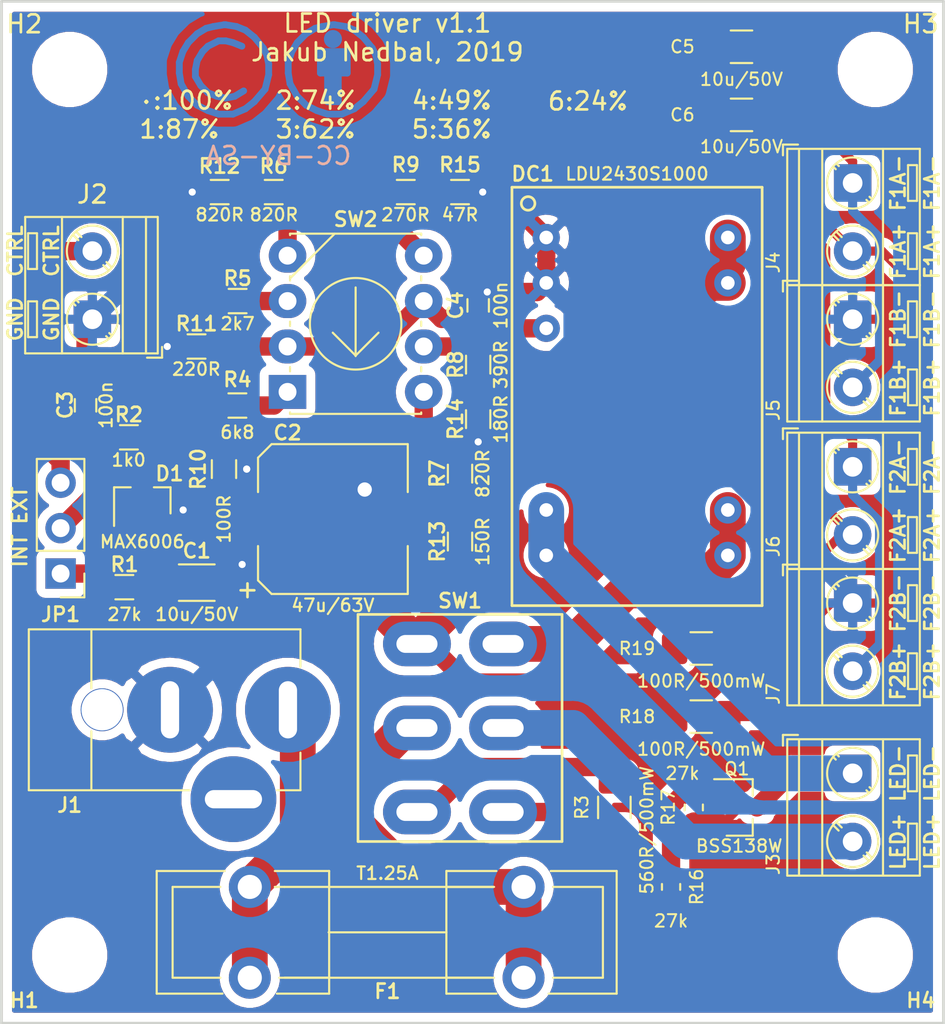
<source format=kicad_pcb>
(kicad_pcb (version 20171130) (host pcbnew 5.1.3)
  (title_block (title "LED Power Regulator") (date 2019-09-13) (rev 1.1) (company "King's College London") (comment 1 "Jakub Nedbal") (comment 2 CC-BY-SA))
  (layers (0 F.Cu signal) (31 B.Cu signal) (34 B.Paste user) (35 F.Paste user) (36 B.SilkS user) (37 F.SilkS user) (38 B.Mask user) (39 F.Mask user) (44 Edge.Cuts user))
  (net 0 "")
  (net 1 GND)
  (net 2 /RefVolt)
  (net 3 /CtrlVolt)
  (net 4 "Net-(R12-Pad2)")
  (net 5 "Net-(R13-Pad2)")
  (net 6 "Net-(R14-Pad2)")
  (net 7 "Net-(R15-Pad2)")
  (net 8 /DriverOut)
  (net 9 /ExtCtrl)
  (net 10 /Vref)
  (net 11 /TrickleOut)
  (net 12 /1.09V)
  (net 13 /0.93V)
  (net 14 /0.78V)
  (net 15 /0.62V)
  (net 16 /0.46V)
  (net 17 /0.30V)
  (net 18 "Net-(F1-Pad1)")
  (net 19 "Net-(J1-Pad3)")
  (net 20 +VDC)
  (net 21 /LEDout-)
  (net 22 /+30V)
  (net 23 /LEDout+)
  (net 24 "Net-(C5-Pad2)")
  (net 25 "Net-(C5-Pad1)")
  (net 26 "Net-(C6-Pad2)")
  (net 27 "Net-(C6-Pad1)")
  (net 28 "Net-(Q1-Pad1)")
  (net 29 /+30V_TrickleSupply)
  (net 30 "Net-(R10-Pad2)")
  (net 31 "Net-(R11-Pad2)")
  (module Resistor_SMD:R_0603_1608Metric (layer F.Cu) (at 156.845 83.185 90)
    (fp_text reference R17 (at 0 -1.43 90) (layer F.SilkS) (effects (font (size 0.7 0.7) (thickness 0.11))))
    (fp_text value 27k (at 1.905 -0.635 180) (layer F.SilkS) (effects (font (size 0.7 0.7) (thickness 0.11))))
    (pad 2 smd roundrect (at 0.7875 0 90) (size 0.875 0.95) (layers F.Cu F.Paste F.Mask) (net 28 "Net-(Q1-Pad1)"))
    (pad 1 smd roundrect (at -0.7875 0 90) (size 0.875 0.95) (layers F.Cu F.Paste F.Mask) (net 1 GND))
  )
  (module Resistor_SMD:R_0603_1608Metric (layer F.Cu) (at 155.575 87.63 270)
    (fp_text reference R16 (at 0 -1.43 90) (layer F.SilkS) (effects (font (size 0.7 0.7) (thickness 0.11))))
    (fp_text value 27k (at 1.905 0 180) (layer F.SilkS) (effects (font (size 0.7 0.7) (thickness 0.11))))
    (pad 2 smd roundrect (at 0.7875 0 270) (size 0.875 0.95) (layers F.Cu F.Paste F.Mask) (net 11 /TrickleOut))
    (pad 1 smd roundrect (at -0.7875 0 270) (size 0.875 0.95) (layers F.Cu F.Paste F.Mask) (net 28 "Net-(Q1-Pad1)"))
  )
  (module Capacitor_SMD:C_1206_3216Metric (layer F.Cu) (at 159.515 44.45)
    (fp_text reference C6 (at -3.305 0) (layer F.SilkS) (effects (font (size 0.7 0.7) (thickness 0.11))))
    (fp_text value 10u/50V (at 0 1.778) (layer F.SilkS) (effects (font (size 0.7 0.7) (thickness 0.11))))
    (pad 2 smd roundrect (at 1.4 0) (size 1.25 1.75) (layers F.Cu F.Paste F.Mask) (roundrect_rratio 0.2) (net 26 "Net-(C6-Pad2)"))
    (pad 1 smd roundrect (at -1.4 0) (size 1.25 1.75) (layers F.Cu F.Paste F.Mask) (roundrect_rratio 0.2) (net 27 "Net-(C6-Pad1)"))
  )
  (module Capacitor_SMD:C_1206_3216Metric (layer F.Cu) (at 159.515 40.64)
    (fp_text reference C5 (at -3.305 0) (layer F.SilkS) (effects (font (size 0.7 0.7) (thickness 0.11))))
    (fp_text value 10u/50V (at 0 1.82) (layer F.SilkS) (effects (font (size 0.7 0.7) (thickness 0.11))))
    (pad 2 smd roundrect (at 1.4 0) (size 1.25 1.75) (layers F.Cu F.Paste F.Mask) (roundrect_rratio 0.2) (net 24 "Net-(C5-Pad2)"))
    (pad 1 smd roundrect (at -1.4 0) (size 1.25 1.75) (layers F.Cu F.Paste F.Mask) (roundrect_rratio 0.2) (net 25 "Net-(C5-Pad1)"))
  )
  (module Resistor_SMD:R_1206_3216Metric_Pad1.42x1.75mm_HandSolder (layer F.Cu) (at 157.2625 74.295)
    (fp_text reference R19 (at -3.5925 0) (layer F.SilkS) (effects (font (size 0.7 0.7) (thickness 0.11))))
    (fp_text value 100R/500mW (at 0 1.82) (layer F.SilkS) (effects (font (size 0.7 0.7) (thickness 0.11))))
    (pad 2 smd roundrect (at 1.4875 0) (size 1.425 1.75) (layers F.Cu F.Paste F.Mask) (roundrect_rratio 0.175439) (net 27 "Net-(C6-Pad1)"))
    (pad 1 smd roundrect (at -1.4875 0) (size 1.425 1.75) (layers F.Cu F.Paste F.Mask) (roundrect_rratio 0.175439) (net 20 +VDC))
  )
  (module Resistor_SMD:R_1206_3216Metric_Pad1.42x1.75mm_HandSolder (layer F.Cu) (at 157.2625 78.105)
    (fp_text reference R18 (at -3.5925 0) (layer F.SilkS) (effects (font (size 0.7 0.7) (thickness 0.11))))
    (fp_text value 100R/500mW (at 0 1.82) (layer F.SilkS) (effects (font (size 0.7 0.7) (thickness 0.11))))
    (pad 2 smd roundrect (at 1.4875 0) (size 1.425 1.75) (layers F.Cu F.Paste F.Mask) (roundrect_rratio 0.175439) (net 25 "Net-(C5-Pad1)"))
    (pad 1 smd roundrect (at -1.4875 0) (size 1.425 1.75) (layers F.Cu F.Paste F.Mask) (roundrect_rratio 0.175439) (net 20 +VDC))
  )
  (module Package_TO_SOT_SMD:SOT-23 (layer F.Cu) (at 159.385 83.185)
    (fp_text reference Q1 (at -0.127 -2.159) (layer F.SilkS) (effects (font (size 0.7 0.7) (thickness 0.11))))
    (fp_text value BSS138W (at 0 2.159) (layer F.SilkS) (effects (font (size 0.7 0.7) (thickness 0.11))))
    (pad 3 smd rect (at 1 0) (size 0.9 0.8) (layers F.Cu F.Paste F.Mask) (net 21 /LEDout-))
    (pad 2 smd rect (at -1 0.95) (size 0.9 0.8) (layers F.Cu F.Paste F.Mask) (net 1 GND))
    (pad 1 smd rect (at -1 -0.95) (size 0.9 0.8) (layers F.Cu F.Paste F.Mask) (net 28 "Net-(Q1-Pad1)"))
  )
  (module TerminalBlock_MetzConnect:TerminalBlock_MetzConnect_Type086_RT03402HBLC_1x02_P3.81mm_Horizontal (layer F.Cu) (at 165.735 71.755 270)
    (fp_text reference J7 (at 5.08 4.445 90) (layer F.SilkS) (effects (font (size 0.7 0.7) (thickness 0.11))))
    (fp_text value "2way Screw Terminal")
    (pad 2 thru_hole circle (at 3.81 0 270) (size 2.1 2.1) (drill 1.1) (layers *.Cu *.Mask) (net 26 "Net-(C6-Pad2)"))
    (pad 1 thru_hole rect (at 0 0 270) (size 2.1 2.1) (drill 1.1) (layers *.Cu *.Mask) (net 1 GND))
  )
  (module TerminalBlock_MetzConnect:TerminalBlock_MetzConnect_Type086_RT03402HBLC_1x02_P3.81mm_Horizontal (layer F.Cu) (at 165.735 64.135 270)
    (fp_text reference J6 (at 4.445 4.445 90) (layer F.SilkS) (effects (font (size 0.7 0.7) (thickness 0.11))))
    (fp_text value "2way Screw Terminal")
    (pad 2 thru_hole circle (at 3.81 0 270) (size 2.1 2.1) (drill 1.1) (layers *.Cu *.Mask) (net 27 "Net-(C6-Pad1)"))
    (pad 1 thru_hole rect (at 0 0 270) (size 2.1 2.1) (drill 1.1) (layers *.Cu *.Mask) (net 26 "Net-(C6-Pad2)"))
  )
  (module TerminalBlock_MetzConnect:TerminalBlock_MetzConnect_Type086_RT03402HBLC_1x02_P3.81mm_Horizontal (layer F.Cu) (at 165.735 55.88 270)
    (fp_text reference J5 (at 5.08 4.445 90) (layer F.SilkS) (effects (font (size 0.7 0.7) (thickness 0.11))))
    (fp_text value "2way Screw Terminal")
    (pad 2 thru_hole circle (at 3.81 0 270) (size 2.1 2.1) (drill 1.1) (layers *.Cu *.Mask) (net 24 "Net-(C5-Pad2)"))
    (pad 1 thru_hole rect (at 0 0 270) (size 2.1 2.1) (drill 1.1) (layers *.Cu *.Mask) (net 1 GND))
  )
  (module TerminalBlock_MetzConnect:TerminalBlock_MetzConnect_Type086_RT03402HBLC_1x02_P3.81mm_Horizontal (layer F.Cu) (at 165.735 48.26 270)
    (fp_text reference J4 (at 4.445 4.445 90) (layer F.SilkS) (effects (font (size 0.7 0.7) (thickness 0.11))))
    (fp_text value "2way Screw Terminal")
    (pad 2 thru_hole circle (at 3.81 0 270) (size 2.1 2.1) (drill 1.1) (layers *.Cu *.Mask) (net 25 "Net-(C5-Pad1)"))
    (pad 1 thru_hole rect (at 0 0 270) (size 2.1 2.1) (drill 1.1) (layers *.Cu *.Mask) (net 24 "Net-(C5-Pad2)"))
  )
  (module TerminalBlock_MetzConnect:TerminalBlock_MetzConnect_Type086_RT03402HBLC_1x02_P3.81mm_Horizontal (layer F.Cu) (at 165.735 81.28 270)
    (fp_text reference J3 (at 5.08 4.445 270) (layer F.SilkS) (effects (font (size 0.7 0.7) (thickness 0.11))))
    (fp_text value "2way Screw Terminal")
    (pad 2 thru_hole circle (at 3.81 0 270) (size 2.1 2.1) (drill 1.1) (layers *.Cu *.Mask) (net 23 /LEDout+))
    (pad 1 thru_hole rect (at 0 0 270) (size 2.1 2.1) (drill 1.1) (layers *.Cu *.Mask) (net 21 /LEDout-))
  )
  (module jakub:2.1mmBarrelJack (layer F.Cu) (at 119.634 77.724)
    (fp_text reference J1 (at 2.286 5.334) (layer F.SilkS) (effects (font (size 0.8 0.8))))
    (fp_text value "2.1mm DC jack")
    (pad "" thru_hole circle (at 4.1 0) (size 2.4 2.4) (drill 2.3) (layers *.Cu *.Mask))
    (pad 2 thru_hole circle (at 7.9 0) (size 4.8 4.8) (drill oval 1.02 3.2) (layers *.Cu *.Mask) (net 1 GND))
    (pad 1 thru_hole circle (at 14.5 0) (size 4.8 4.8) (drill oval 1.02 3.2) (layers *.Cu *.Mask) (net 22 /+30V))
    (pad 3 thru_hole circle (at 11.45 5) (size 4.8 4.8) (drill oval 3.2 1.02) (layers *.Cu *.Mask) (net 19 "Net-(J1-Pad3)"))
  )
  (module Symbol:Symbol_CC-ShareAlike_CopperTop_Small (layer B.Cu) (at 130.556 41.91 180)
    (fp_text reference REF** hide)
    (fp_text value Symbol_CC-ShareAlike_CopperTop_Small hide)
    (fp_line (start 0.59944 2.4003) (end 0 2.49936) (layer B.Cu) (width 0.381))
    (fp_line (start 1.00076 2.30124) (end 0.59944 2.4003) (layer B.Cu) (width 0.381))
    (fp_line (start 1.50114 1.99898) (end 1.00076 2.30124) (layer B.Cu) (width 0.381))
    (fp_line (start 1.99898 1.50114) (end 1.50114 1.99898) (layer B.Cu) (width 0.381))
    (fp_line (start 2.30124 1.00076) (end 1.99898 1.50114) (layer B.Cu) (width 0.381))
    (fp_line (start 2.49936 0.39878) (end 2.30124 1.00076) (layer B.Cu) (width 0.381))
    (fp_line (start 2.49936 -0.20066) (end 2.49936 0.39878) (layer B.Cu) (width 0.381))
    (fp_line (start 2.4003 -0.8001) (end 2.49936 -0.20066) (layer B.Cu) (width 0.381))
    (fp_line (start 1.99898 -1.50114) (end 2.4003 -0.8001) (layer B.Cu) (width 0.381))
    (fp_line (start 1.50114 -1.99898) (end 1.99898 -1.50114) (layer B.Cu) (width 0.381))
    (fp_line (start 0.89916 -2.30124) (end 1.50114 -1.99898) (layer B.Cu) (width 0.381))
    (fp_line (start 0.29972 -2.49936) (end 0.89916 -2.30124) (layer B.Cu) (width 0.381))
    (fp_line (start -0.50038 -2.49936) (end 0.29972 -2.49936) (layer B.Cu) (width 0.381))
    (fp_line (start -1.19888 -2.19964) (end -0.50038 -2.49936) (layer B.Cu) (width 0.381))
    (fp_line (start -1.69926 -1.80086) (end -1.19888 -2.19964) (layer B.Cu) (width 0.381))
    (fp_line (start -2.30124 -1.09982) (end -1.69926 -1.80086) (layer B.Cu) (width 0.381))
    (fp_line (start -2.49936 -0.29972) (end -2.30124 -1.09982) (layer B.Cu) (width 0.381))
    (fp_line (start -2.49936 0.29972) (end -2.49936 -0.29972) (layer B.Cu) (width 0.381))
    (fp_line (start -2.4003 0.8001) (end -2.49936 0.29972) (layer B.Cu) (width 0.381))
    (fp_line (start -2.19964 1.19888) (end -2.4003 0.8001) (layer B.Cu) (width 0.381))
    (fp_line (start -1.69926 1.80086) (end -2.19964 1.19888) (layer B.Cu) (width 0.381))
    (fp_line (start -1.19888 2.19964) (end -1.69926 1.80086) (layer B.Cu) (width 0.381))
    (fp_line (start -0.70104 2.4003) (end -1.19888 2.19964) (layer B.Cu) (width 0.381))
    (fp_line (start -0.09906 2.49936) (end -0.70104 2.4003) (layer B.Cu) (width 0.381))
    (fp_line (start 0 2.49936) (end -0.09906 2.49936) (layer B.Cu) (width 0.381))
    (fp_line (start -0.50038 1.50114) (end -1.00076 1.30048) (layer B.Cu) (width 0.381))
    (fp_line (start -0.09906 1.6002) (end -0.50038 1.50114) (layer B.Cu) (width 0.381))
    (fp_line (start 0.29972 1.6002) (end -0.09906 1.6002) (layer B.Cu) (width 0.381))
    (fp_line (start 0.89916 1.30048) (end 0.29972 1.6002) (layer B.Cu) (width 0.381))
    (fp_line (start 1.19888 1.00076) (end 0.89916 1.30048) (layer B.Cu) (width 0.381))
    (fp_line (start 1.50114 0.50038) (end 1.19888 1.00076) (layer B.Cu) (width 0.381))
    (fp_line (start 1.6002 0) (end 1.50114 0.50038) (layer B.Cu) (width 0.381))
    (fp_line (start 1.6002 -0.39878) (end 1.6002 0) (layer B.Cu) (width 0.381))
    (fp_line (start 1.30048 -0.89916) (end 1.6002 -0.39878) (layer B.Cu) (width 0.381))
    (fp_line (start 0.89916 -1.30048) (end 1.30048 -0.89916) (layer B.Cu) (width 0.381))
    (fp_line (start 0.39878 -1.50114) (end 0.89916 -1.30048) (layer B.Cu) (width 0.381))
    (fp_line (start -0.09906 -1.6002) (end 0.39878 -1.50114) (layer B.Cu) (width 0.381))
    (fp_line (start -0.59944 -1.50114) (end -0.09906 -1.6002) (layer B.Cu) (width 0.381))
    (fp_line (start -1.09982 -1.19888) (end -0.59944 -1.50114) (layer B.Cu) (width 0.381))
  )
  (module Symbol:Symbol_CC-Attribution_CopperTop_Small (layer B.Cu) (at 136.652 41.91 180)
    (fp_text reference REF** hide)
    (fp_text value Symbol_CC-Attribution_CopperTop_Small hide)
    (fp_line (start 0.59944 2.4003) (end 0 2.49936) (layer B.Cu) (width 0.381))
    (fp_line (start 1.00076 2.30124) (end 0.59944 2.4003) (layer B.Cu) (width 0.381))
    (fp_line (start 1.50114 1.99898) (end 1.00076 2.30124) (layer B.Cu) (width 0.381))
    (fp_line (start 1.99898 1.50114) (end 1.50114 1.99898) (layer B.Cu) (width 0.381))
    (fp_line (start 2.30124 1.00076) (end 1.99898 1.50114) (layer B.Cu) (width 0.381))
    (fp_line (start 2.49936 0.39878) (end 2.30124 1.00076) (layer B.Cu) (width 0.381))
    (fp_line (start 2.49936 -0.20066) (end 2.49936 0.39878) (layer B.Cu) (width 0.381))
    (fp_line (start 2.4003 -0.8001) (end 2.49936 -0.20066) (layer B.Cu) (width 0.381))
    (fp_line (start 1.99898 -1.50114) (end 2.4003 -0.8001) (layer B.Cu) (width 0.381))
    (fp_line (start 1.50114 -1.99898) (end 1.99898 -1.50114) (layer B.Cu) (width 0.381))
    (fp_line (start 0.89916 -2.30124) (end 1.50114 -1.99898) (layer B.Cu) (width 0.381))
    (fp_line (start 0.29972 -2.49936) (end 0.89916 -2.30124) (layer B.Cu) (width 0.381))
    (fp_line (start -0.50038 -2.49936) (end 0.29972 -2.49936) (layer B.Cu) (width 0.381))
    (fp_line (start -1.19888 -2.19964) (end -0.50038 -2.49936) (layer B.Cu) (width 0.381))
    (fp_line (start -1.69926 -1.80086) (end -1.19888 -2.19964) (layer B.Cu) (width 0.381))
    (fp_line (start -2.30124 -1.09982) (end -1.69926 -1.80086) (layer B.Cu) (width 0.381))
    (fp_line (start -2.49936 -0.29972) (end -2.30124 -1.09982) (layer B.Cu) (width 0.381))
    (fp_line (start -2.49936 0.29972) (end -2.49936 -0.29972) (layer B.Cu) (width 0.381))
    (fp_line (start -2.4003 0.8001) (end -2.49936 0.29972) (layer B.Cu) (width 0.381))
    (fp_line (start -2.19964 1.19888) (end -2.4003 0.8001) (layer B.Cu) (width 0.381))
    (fp_line (start -1.69926 1.80086) (end -2.19964 1.19888) (layer B.Cu) (width 0.381))
    (fp_line (start -1.19888 2.19964) (end -1.69926 1.80086) (layer B.Cu) (width 0.381))
    (fp_line (start -0.70104 2.4003) (end -1.19888 2.19964) (layer B.Cu) (width 0.381))
    (fp_line (start -0.09906 2.49936) (end -0.70104 2.4003) (layer B.Cu) (width 0.381))
    (fp_line (start 0 2.49936) (end -0.09906 2.49936) (layer B.Cu) (width 0.381))
    (fp_circle (center 0 1.69926) (end 0.09906 1.39954) (layer B.Cu) (width 0.381))
    (fp_line (start -0.8001 -0.20066) (end -0.8001 1.00076) (layer B.Cu) (width 0.381))
    (fp_line (start 0.70104 -0.20066) (end -0.8001 -0.20066) (layer B.Cu) (width 0.381))
    (fp_line (start 0.70104 1.00076) (end 0.70104 -0.20066) (layer B.Cu) (width 0.381))
    (fp_line (start -0.8001 1.00076) (end 0.70104 1.00076) (layer B.Cu) (width 0.381))
    (fp_line (start -0.29972 -1.80086) (end 0.20066 -1.80086) (layer B.Cu) (width 0.381))
    (fp_line (start -0.29972 -0.29972) (end -0.29972 -1.80086) (layer B.Cu) (width 0.381))
    (fp_line (start 0.29972 -1.80086) (end 0.29972 -0.20066) (layer B.Cu) (width 0.381))
    (fp_line (start 0.09906 -1.80086) (end 0.29972 -1.80086) (layer B.Cu) (width 0.381))
    (fp_line (start 0 -0.29972) (end 0 -1.6002) (layer B.Cu) (width 0.381))
    (fp_line (start -0.8001 0.09906) (end 0.50038 0.09906) (layer B.Cu) (width 0.381))
    (fp_line (start 0.50038 0.39878) (end -0.70104 0.39878) (layer B.Cu) (width 0.381))
    (fp_line (start -0.70104 0.70104) (end 0.59944 0.70104) (layer B.Cu) (width 0.381))
    (fp_line (start 0 1.89992) (end 0 1.50114) (layer B.Cu) (width 0.381))
  )
  (module jakub:Nidec_Copal_SS-10-16 (layer F.Cu) (at 134.112 52.324)
    (fp_text reference SW2 (at 3.81 -2.032) (layer F.SilkS) (effects (font (size 0.8 0.8))))
    (fp_text value "6pos rotary")
    (pad 8 thru_hole oval (at 7.62 0) (size 2.1 1.9) (drill 1) (layers *.Cu *.Mask) (net 17 /0.30V))
    (pad 4 thru_hole oval (at 0 0) (size 2.1 1.9) (drill 1) (layers *.Cu *.Mask) (net 14 /0.78V))
    (pad 1 thru_hole rect (at 0 7.62) (size 2.1 1.9) (drill 1) (layers *.Cu *.Mask) (net 12 /1.09V))
    (pad 5 thru_hole oval (at 7.62 7.62) (size 2.1 1.9) (drill 1) (layers *.Cu *.Mask) (net 15 /0.62V))
    (pad 2 thru_hole oval (at 0 5.08) (size 2.1 1.9) (drill 1) (layers *.Cu *.Mask) (net 3 /CtrlVolt))
    (pad 7 thru_hole oval (at 7.62 2.54) (size 2.1 1.9) (drill 1) (layers *.Cu *.Mask) (net 3 /CtrlVolt))
    (pad 3 thru_hole oval (at 0 2.54) (size 2.1 1.9) (drill 1) (layers *.Cu *.Mask) (net 13 /0.93V))
    (pad 6 thru_hole oval (at 7.62 5.08) (size 2.1 1.9) (drill 1) (layers *.Cu *.Mask) (net 16 /0.46V))
  )
  (module Capacitors_SMD:C_1206 (layer F.Cu) (at 129.032 70.612)
    (fp_text reference C1 (at 0 -1.778) (layer F.SilkS) (effects (font (size 0.8 0.8))))
    (fp_text value 10u/50V (at 0 1.778) (layer F.SilkS) (effects (font (size 0.7 0.7) (thickness 0.12))))
    (pad 2 smd rect (at 1.5 0) (size 1 1.6) (layers F.Cu F.Paste F.Mask) (net 1 GND))
    (pad 1 smd rect (at -1.5 0) (size 1 1.6) (layers F.Cu F.Paste F.Mask) (net 20 +VDC))
  )
  (module Capacitors_SMD:CP_Elec_8x10.5 (layer F.Cu) (at 136.65 67.056)
    (fp_text reference C2 (at -2.538 -4.826) (layer F.SilkS) (effects (font (size 0.8 0.8))))
    (fp_text value 47u/63V (at 0 4.826) (layer F.SilkS) (effects (font (size 0.7 0.7) (thickness 0.12))))
    (fp_text user + (at -4.78 3.91) (layer F.SilkS))
    (pad 2 smd rect (at 3.05 0 180) (size 4 2.5) (layers F.Cu F.Paste F.Mask) (net 1 GND))
    (pad 1 smd rect (at -3.05 0 180) (size 4 2.5) (layers F.Cu F.Paste F.Mask) (net 20 +VDC))
  )
  (module Capacitors_SMD:C_0603 (layer F.Cu) (at 122.809 60.694 90)
    (fp_text reference C3 (at 0.012 -1.143 90) (layer F.SilkS) (effects (font (size 0.8 0.8))))
    (fp_text value 100n (at 0.012 1.143 90) (layer F.SilkS) (effects (font (size 0.7 0.7) (thickness 0.12))))
    (pad 2 smd rect (at 0.75 0 90) (size 0.8 0.75) (layers F.Cu F.Paste F.Mask) (net 1 GND))
    (pad 1 smd rect (at -0.75 0 90) (size 0.8 0.75) (layers F.Cu F.Paste F.Mask) (net 2 /RefVolt))
  )
  (module Capacitors_SMD:C_0603 (layer F.Cu) (at 144.78 55.106 90)
    (fp_text reference C4 (at 0 -1.27 90) (layer F.SilkS) (effects (font (size 0.8 0.8))))
    (fp_text value 100n (at 0 1.27 90) (layer F.SilkS) (effects (font (size 0.7 0.7) (thickness 0.12))))
    (pad 1 smd rect (at -0.75 0 90) (size 0.8 0.75) (layers F.Cu F.Paste F.Mask) (net 3 /CtrlVolt))
    (pad 2 smd rect (at 0.75 0 90) (size 0.8 0.75) (layers F.Cu F.Paste F.Mask) (net 1 GND))
  )
  (module Resistors_SMD:R_0603 (layer F.Cu) (at 124.98 70.866 180)
    (fp_text reference R1 (at -0.012 1.27 180) (layer F.SilkS) (effects (font (size 0.8 0.8))))
    (fp_text value 27k (at -0.012 -1.524 180) (layer F.SilkS) (effects (font (size 0.7 0.7) (thickness 0.12))))
    (pad 2 smd rect (at 0.75 0 180) (size 0.5 0.9) (layers F.Cu F.Paste F.Mask) (net 10 /Vref))
    (pad 1 smd rect (at -0.75 0 180) (size 0.5 0.9) (layers F.Cu F.Paste F.Mask) (net 20 +VDC))
  )
  (module Resistors_SMD:R_0603 (layer F.Cu) (at 125.234 62.484 180)
    (fp_text reference R2 (at 0 1.27 180) (layer F.SilkS) (effects (font (size 0.8 0.8))))
    (fp_text value 1k0 (at 0.012 -1.27 180) (layer F.SilkS) (effects (font (size 0.7 0.7) (thickness 0.12))))
    (pad 1 smd rect (at -0.75 0 180) (size 0.5 0.9) (layers F.Cu F.Paste F.Mask) (net 3 /CtrlVolt))
    (pad 2 smd rect (at 0.75 0 180) (size 0.5 0.9) (layers F.Cu F.Paste F.Mask) (net 2 /RefVolt))
  )
  (module Resistors_SMD:R_0603 (layer F.Cu) (at 131.306 60.706)
    (fp_text reference R4 (at 0 -1.45) (layer F.SilkS) (effects (font (size 0.8 0.8))))
    (fp_text value 6k8 (at 0 1.5) (layer F.SilkS) (effects (font (size 0.7 0.7) (thickness 0.12))))
    (pad 2 smd rect (at 0.75 0) (size 0.5 0.9) (layers F.Cu F.Paste F.Mask) (net 12 /1.09V))
    (pad 1 smd rect (at -0.75 0) (size 0.5 0.9) (layers F.Cu F.Paste F.Mask) (net 30 "Net-(R10-Pad2)"))
  )
  (module Resistors_SMD:R_0603 (layer F.Cu) (at 131.318 54.864)
    (fp_text reference R5 (at 0 -1.27) (layer F.SilkS) (effects (font (size 0.8 0.8))))
    (fp_text value 2k7 (at 0 1.27) (layer F.SilkS) (effects (font (size 0.7 0.7) (thickness 0.12))))
    (pad 1 smd rect (at -0.75 0) (size 0.5 0.9) (layers F.Cu F.Paste F.Mask) (net 31 "Net-(R11-Pad2)"))
    (pad 2 smd rect (at 0.75 0) (size 0.5 0.9) (layers F.Cu F.Paste F.Mask) (net 13 /0.93V))
  )
  (module Resistors_SMD:R_0603 (layer F.Cu) (at 133.338 48.768)
    (fp_text reference R6 (at 0 -1.45) (layer F.SilkS) (effects (font (size 0.8 0.8))))
    (fp_text value 820R (at 0.012 1.27) (layer F.SilkS) (effects (font (size 0.7 0.7) (thickness 0.12))))
    (pad 2 smd rect (at 0.75 0) (size 0.5 0.9) (layers F.Cu F.Paste F.Mask) (net 14 /0.78V))
    (pad 1 smd rect (at -0.75 0) (size 0.5 0.9) (layers F.Cu F.Paste F.Mask) (net 4 "Net-(R12-Pad2)"))
  )
  (module Resistors_SMD:R_0603 (layer F.Cu) (at 143.764 64.516 90)
    (fp_text reference R7 (at 0 -1.27 90) (layer F.SilkS) (effects (font (size 0.8 0.8))))
    (fp_text value 820R (at 0 1.27 90) (layer F.SilkS) (effects (font (size 0.7 0.7) (thickness 0.12))))
    (pad 1 smd rect (at -0.75 0 90) (size 0.5 0.9) (layers F.Cu F.Paste F.Mask) (net 5 "Net-(R13-Pad2)"))
    (pad 2 smd rect (at 0.75 0 90) (size 0.5 0.9) (layers F.Cu F.Paste F.Mask) (net 15 /0.62V))
  )
  (module Resistors_SMD:R_0603 (layer F.Cu) (at 144.78 58.42 90)
    (fp_text reference R8 (at 0 -1.27 90) (layer F.SilkS) (effects (font (size 0.8 0.8))))
    (fp_text value 390R (at 0 1.27 90) (layer F.SilkS) (effects (font (size 0.7 0.7) (thickness 0.12))))
    (pad 1 smd rect (at -0.75 0 90) (size 0.5 0.9) (layers F.Cu F.Paste F.Mask) (net 6 "Net-(R14-Pad2)"))
    (pad 2 smd rect (at 0.75 0 90) (size 0.5 0.9) (layers F.Cu F.Paste F.Mask) (net 16 /0.46V))
  )
  (module Resistors_SMD:R_0603 (layer F.Cu) (at 140.728 48.768 180)
    (fp_text reference R9 (at 0 1.524 180) (layer F.SilkS) (effects (font (size 0.8 0.8))))
    (fp_text value 270R (at 0.012 -1.27 180) (layer F.SilkS) (effects (font (size 0.7 0.7) (thickness 0.12))))
    (pad 2 smd rect (at 0.75 0 180) (size 0.5 0.9) (layers F.Cu F.Paste F.Mask) (net 17 /0.30V))
    (pad 1 smd rect (at -0.75 0 180) (size 0.5 0.9) (layers F.Cu F.Paste F.Mask) (net 7 "Net-(R15-Pad2)"))
  )
  (module Resistors_SMD:R_0603 (layer F.Cu) (at 130.556 64.262 90)
    (fp_text reference R10 (at 0 -1.45 90) (layer F.SilkS) (effects (font (size 0.8 0.8))))
    (fp_text value 100R (at -2.794 0 90) (layer F.SilkS) (effects (font (size 0.7 0.7) (thickness 0.12))))
    (pad 1 smd rect (at -0.75 0 90) (size 0.5 0.9) (layers F.Cu F.Paste F.Mask) (net 1 GND))
    (pad 2 smd rect (at 0.75 0 90) (size 0.5 0.9) (layers F.Cu F.Paste F.Mask) (net 30 "Net-(R10-Pad2)"))
  )
  (module Resistors_SMD:R_0603 (layer F.Cu) (at 129.02 57.404)
    (fp_text reference R11 (at 0 -1.27) (layer F.SilkS) (effects (font (size 0.8 0.8))))
    (fp_text value 220R (at -0.012 1.27) (layer F.SilkS) (effects (font (size 0.7 0.7) (thickness 0.12))))
    (pad 1 smd rect (at -0.75 0) (size 0.5 0.9) (layers F.Cu F.Paste F.Mask) (net 1 GND))
    (pad 2 smd rect (at 0.75 0) (size 0.5 0.9) (layers F.Cu F.Paste F.Mask) (net 31 "Net-(R11-Pad2)"))
  )
  (module Resistors_SMD:R_0603 (layer F.Cu) (at 130.314 48.768)
    (fp_text reference R12 (at 0 -1.45) (layer F.SilkS) (effects (font (size 0.8 0.8))))
    (fp_text value 820R (at 0 1.27) (layer F.SilkS) (effects (font (size 0.7 0.7) (thickness 0.12))))
    (pad 2 smd rect (at 0.75 0) (size 0.5 0.9) (layers F.Cu F.Paste F.Mask) (net 4 "Net-(R12-Pad2)"))
    (pad 1 smd rect (at -0.75 0) (size 0.5 0.9) (layers F.Cu F.Paste F.Mask) (net 1 GND))
  )
  (module Resistors_SMD:R_0603 (layer F.Cu) (at 143.764 68.314 90)
    (fp_text reference R13 (at 0 -1.27 90) (layer F.SilkS) (effects (font (size 0.8 0.8))))
    (fp_text value 150R (at 0 1.27 90) (layer F.SilkS) (effects (font (size 0.7 0.7) (thickness 0.12))))
    (pad 2 smd rect (at 0.75 0 90) (size 0.5 0.9) (layers F.Cu F.Paste F.Mask) (net 5 "Net-(R13-Pad2)"))
    (pad 1 smd rect (at -0.75 0 90) (size 0.5 0.9) (layers F.Cu F.Paste F.Mask) (net 1 GND))
  )
  (module Resistors_SMD:R_0603 (layer F.Cu) (at 144.78 61.468 90)
    (fp_text reference R14 (at 0 -1.27 90) (layer F.SilkS) (effects (font (size 0.8 0.8))))
    (fp_text value 180R (at 0 1.27 90) (layer F.SilkS) (effects (font (size 0.7 0.7) (thickness 0.12))))
    (pad 2 smd rect (at 0.75 0 90) (size 0.5 0.9) (layers F.Cu F.Paste F.Mask) (net 6 "Net-(R14-Pad2)"))
    (pad 1 smd rect (at -0.75 0 90) (size 0.5 0.9) (layers F.Cu F.Paste F.Mask) (net 1 GND))
  )
  (module Resistors_SMD:R_0603 (layer F.Cu) (at 143.764 48.768 180)
    (fp_text reference R15 (at 0 1.524 180) (layer F.SilkS) (effects (font (size 0.8 0.8))))
    (fp_text value 47R (at 0 -1.27 180) (layer F.SilkS) (effects (font (size 0.7 0.7) (thickness 0.12))))
    (pad 2 smd rect (at 0.75 0 180) (size 0.5 0.9) (layers F.Cu F.Paste F.Mask) (net 7 "Net-(R15-Pad2)"))
    (pad 1 smd rect (at -0.75 0 180) (size 0.5 0.9) (layers F.Cu F.Paste F.Mask) (net 1 GND))
  )
  (module jakub:XPPOWER_LDU24 (layer F.Cu) (at 148.59 51.308 270)
    (fp_text reference DC1 (at -3.556 0.762) (layer F.SilkS) (effects (font (size 0.8 0.8))))
    (fp_text value LDU2430S1000 (at -3.556 -5.08) (layer F.SilkS) (effects (font (size 0.7 0.7) (thickness 0.12))))
    (pad 1 thru_hole circle (at 0 0 270) (size 1.524 1.524) (drill 0.762) (layers *.Cu *.Mask) (net 1 GND))
    (pad 2 thru_hole circle (at 2.54 0 270) (size 1.524 1.524) (drill 0.762) (layers *.Cu *.Mask) (net 1 GND))
    (pad 3 thru_hole circle (at 5.08 0 270) (size 1.524 1.524) (drill 0.762) (layers *.Cu *.Mask) (net 3 /CtrlVolt))
    (pad 7 thru_hole circle (at 15.24 0 270) (size 1.524 1.524) (drill 0.762) (layers *.Cu *.Mask) (net 21 /LEDout-))
    (pad 8 thru_hole circle (at 17.78 0 270) (size 1.524 1.524) (drill 0.762) (layers *.Cu *.Mask) (net 21 /LEDout-))
    (pad 9 thru_hole circle (at 17.78 -10.16 270) (size 1.524 1.524) (drill 0.762) (layers *.Cu *.Mask) (net 8 /DriverOut))
    (pad 10 thru_hole circle (at 15.24 -10.16 270) (size 1.524 1.524) (drill 0.762) (layers *.Cu *.Mask) (net 8 /DriverOut))
    (pad 15 thru_hole circle (at 2.54 -10.16 270) (size 1.524 1.524) (drill 0.762) (layers *.Cu *.Mask) (net 20 +VDC))
    (pad 16 thru_hole circle (at 0 -10.16 270) (size 1.524 1.524) (drill 0.762) (layers *.Cu *.Mask) (net 20 +VDC))
  )
  (module Pin_Headers:Pin_Header_Straight_1x03_Pitch2.54mm (layer F.Cu) (at 121.412 70.104 180)
    (fp_text reference JP1 (at 0 -2.286 180) (layer F.SilkS) (effects (font (size 0.8 0.8))))
    (fp_text value Jumper_3_Bridged12)
    (pad 3 thru_hole oval (at 0 5.08 180) (size 1.7 1.7) (drill 1) (layers *.Cu *.Mask) (net 9 /ExtCtrl))
    (pad 2 thru_hole oval (at 0 2.54 180) (size 1.7 1.7) (drill 1) (layers *.Cu *.Mask) (net 2 /RefVolt))
    (pad 1 thru_hole rect (at 0 0 180) (size 1.7 1.7) (drill 1) (layers *.Cu *.Mask) (net 10 /Vref))
  )
  (module jakub:switchDPDT (layer F.Cu) (at 143.764 78.74)
    (fp_text reference SW1 (at 0 -7.112) (layer F.SilkS) (effects (font (size 0.8 0.8))))
    (fp_text value "DPDT Switch")
    (pad 1 thru_hole oval (at -2.41 4.7) (size 3.8 2.5) (drill oval 2.3 1) (layers *.Cu *.Mask) (net 29 /+30V_TrickleSupply))
    (pad 2 thru_hole oval (at -2.41 0) (size 3.8 2.5) (drill oval 2.3 1) (layers *.Cu *.Mask) (net 18 "Net-(F1-Pad1)"))
    (pad 3 thru_hole oval (at -2.41 -4.7) (size 3.8 2.5) (drill oval 2.3 1) (layers *.Cu *.Mask) (net 20 +VDC))
    (pad 4 thru_hole oval (at 2.41 4.7) (size 3.8 2.5) (drill oval 2.3 1) (layers *.Cu *.Mask) (net 11 /TrickleOut))
    (pad 5 thru_hole oval (at 2.41 0) (size 3.8 2.5) (drill oval 2.3 1) (layers *.Cu *.Mask) (net 23 /LEDout+))
    (pad 6 thru_hole oval (at 2.41 -4.7) (size 3.8 2.5) (drill oval 2.3 1) (layers *.Cu *.Mask) (net 8 /DriverOut))
  )
  (module TO_SOT_Packages_SMD:SOT-23 (layer F.Cu) (at 125.984 66.04 90)
    (fp_text reference D1 (at 1.524 1.524 180) (layer F.SilkS) (effects (font (size 0.8 0.8))))
    (fp_text value MAX6006 (at -2.286 0 180) (layer F.SilkS) (effects (font (size 0.7 0.7) (thickness 0.12))))
    (pad 3 smd rect (at 1 0 90) (size 0.9 0.8) (layers F.Cu F.Paste F.Mask))
    (pad 2 smd rect (at -1 0.95 90) (size 0.9 0.8) (layers F.Cu F.Paste F.Mask) (net 1 GND))
    (pad 1 smd rect (at -1 -0.95 90) (size 0.9 0.8) (layers F.Cu F.Paste F.Mask) (net 10 /Vref))
  )
  (module Fuse_Holders_and_Fuses:Fuseholder5x20_horiz_open_lateral_Type-II (layer F.Cu) (at 147.32 92.71 180)
    (fp_text reference F1 (at 7.62 -0.762 180) (layer F.SilkS) (effects (font (size 0.8 0.8))))
    (fp_text value T1.25A (at 7.62 5.842 180) (layer F.SilkS) (effects (font (size 0.7 0.7) (thickness 0.12))))
    (pad 1 thru_hole circle (at 0 5.08 180) (size 2.35 2.35) (drill 1.35) (layers *.Cu *.Mask) (net 18 "Net-(F1-Pad1)"))
    (pad 1 thru_hole circle (at 0 0 180) (size 2.35 2.35) (drill 1.35) (layers *.Cu *.Mask) (net 18 "Net-(F1-Pad1)"))
    (pad 2 thru_hole circle (at 15.32 5.08 180) (size 2.35 2.35) (drill 1.35) (layers *.Cu *.Mask) (net 22 /+30V))
    (pad 2 thru_hole circle (at 15.32 0 180) (size 2.35 2.35) (drill 1.35) (layers *.Cu *.Mask) (net 22 /+30V))
  )
  (module Mounting_Holes:MountingHole_3.2mm_M3 (layer F.Cu) (at 121.92 91.44)
    (fp_text reference H1 (at -2.54 2.54) (layer F.SilkS) (effects (font (size 0.8 0.8))))
    (fp_text value ⌀3.2mm)
    (pad "" np_thru_hole circle (at 0 0) (size 3.2 3.2) (drill 3.2) (layers *.Cu *.Mask))
  )
  (module Mounting_Holes:MountingHole_3.2mm_M3 (layer F.Cu) (at 121.92 41.91)
    (fp_text reference H2 (at -2.54 -2.54) (layer F.SilkS))
    (fp_text value ⌀3.2mm)
    (pad 1 np_thru_hole circle (at 0 0) (size 3.2 3.2) (drill 3.2) (layers *.Cu *.Mask))
  )
  (module Mounting_Holes:MountingHole_3.2mm_M3 (layer F.Cu) (at 167.005 41.91)
    (fp_text reference H3 (at 2.54 -2.54) (layer F.SilkS))
    (fp_text value ⌀3.2mm)
    (pad 1 np_thru_hole circle (at 0 0) (size 3.2 3.2) (drill 3.2) (layers *.Cu *.Mask))
  )
  (module Mounting_Holes:MountingHole_3.2mm_M3 (layer F.Cu) (at 167.005 91.44)
    (fp_text reference H4 (at 2.54 2.54) (layer F.SilkS) (effects (font (size 0.8 0.8))))
    (fp_text value ⌀3.2mm)
    (pad 1 np_thru_hole circle (at 0 0) (size 3.2 3.2) (drill 3.2) (layers *.Cu *.Mask))
  )
  (module TerminalBlock_MetzConnect:TerminalBlock_MetzConnect_Type086_RT03402HBLC_1x02_P3.81mm_Horizontal (layer F.Cu) (at 123.19 55.88 90)
    (fp_text reference J2 (at 6.985 0 180) (layer F.SilkS))
    (fp_text value "2way Screw Terminal")
    (pad 1 thru_hole rect (at 0 0 90) (size 2.1 2.1) (drill 1.1) (layers *.Cu *.Mask) (net 1 GND))
    (pad 2 thru_hole circle (at 3.81 0 90) (size 2.1 2.1) (drill 1.1) (layers *.Cu *.Mask) (net 9 /ExtCtrl))
  )
  (module Resistor_SMD:R_1206_3216Metric_Pad1.42x1.75mm_HandSolder (layer F.Cu) (at 152.4 83.185 90)
    (fp_text reference R3 (at 0 -1.82 90) (layer F.SilkS) (effects (font (size 0.7 0.7) (thickness 0.11))))
    (fp_text value 560R/500mW (at -1.27 1.82 90) (layer F.SilkS) (effects (font (size 0.7 0.7) (thickness 0.11))))
    (pad 1 smd roundrect (at -1.4875 0 90) (size 1.425 1.75) (layers F.Cu F.Paste F.Mask) (roundrect_rratio 0.175439) (net 11 /TrickleOut))
    (pad 2 smd roundrect (at 1.4875 0 90) (size 1.425 1.75) (layers F.Cu F.Paste F.Mask) (roundrect_rratio 0.175439) (net 29 /+30V_TrickleSupply))
  )
  (gr_text F1B- (at 170.18 55.88 90) (layer F.SilkS) (effects (font (size 0.8 0.8))))
  (gr_text F1A- (at 170.18 48.26 90) (layer F.SilkS) (effects (font (size 0.8 0.8))))
  (gr_text F1B- (at 168.275 55.88 90) (layer F.SilkS) (effects (font (size 0.8 0.8))))
  (gr_text F1A- (at 168.275 48.26 90) (layer F.SilkS) (effects (font (size 0.8 0.8))))
  (gr_text F1A+ (at 170.18 52.07 90) (layer F.SilkS) (effects (font (size 0.8 0.8))))
  (gr_text F1B+ (at 170.18 59.69 90) (layer F.SilkS) (effects (font (size 0.8 0.8))))
  (gr_text F1A+ (at 168.275 52.07 90) (layer F.SilkS) (effects (font (size 0.8 0.8))))
  (gr_text F1B+ (at 168.275 59.69 90) (layer F.SilkS) (effects (font (size 0.8 0.8))))
  (gr_text F2A+ (at 170.18 67.945 90) (layer F.SilkS) (effects (font (size 0.8 0.8))))
  (gr_text F2A- (at 170.18 64.135 90) (layer F.SilkS) (effects (font (size 0.8 0.8))))
  (gr_text F2A+ (at 168.275 67.945 90) (layer F.SilkS) (effects (font (size 0.8 0.8))))
  (gr_text F2A- (at 168.275 64.135 90) (layer F.SilkS) (effects (font (size 0.8 0.8))))
  (gr_text F2B- (at 170.18 71.755 90) (layer F.SilkS) (effects (font (size 0.8 0.8))))
  (gr_text F2B+ (at 170.18 75.565 90) (layer F.SilkS) (effects (font (size 0.8 0.8))))
  (gr_text F2B- (at 168.275 71.755 90) (layer F.SilkS) (effects (font (size 0.8 0.8))))
  (gr_text F2B+ (at 168.275 75.565 90) (layer F.SilkS) (effects (font (size 0.8 0.8))))
  (gr_text CC-BY-SA (at 133.604 46.736) (layer B.SilkS) (effects (font (size 1 1)) (justify mirror)))
  (gr_text LED+ (at 170.18 85.09 90) (layer F.SilkS) (effects (font (size 0.8 0.8))))
  (gr_text LED- (at 170.18 81.28 90) (layer F.SilkS) (effects (font (size 0.8 0.8))))
  (gr_text CTRL (at 118.872 52.07 90) (layer F.SilkS) (effects (font (size 0.8 0.8))))
  (gr_text GND (at 118.872 55.88 90) (layer F.SilkS) (effects (font (size 0.8 0.8))))
  (gr_text 6:24% (at 148.59 43.688) (layer F.SilkS) (effects (font (size 1 1)) (justify left)))
  (gr_text "4:49%\n5:36%" (at 140.97 44.45) (layer F.SilkS) (effects (font (size 1 1)) (justify left)))
  (gr_text "2:74%\n3:62%" (at 133.35 44.45) (layer F.SilkS) (effects (font (size 1 1)) (justify left)))
  (gr_text "·:100%\n1:87%" (at 125.73 44.45) (layer F.SilkS) (effects (font (size 1 1)) (justify left)))
  (gr_text "LED driver v1.1\nJakub Nedbal, 2019" (at 139.7 40.132) (layer F.SilkS) (effects (font (size 1 1))))
  (gr_text EXT (at 119.126 66.294 90) (layer F.SilkS) (effects (font (size 0.8 0.8))))
  (gr_text INT (at 119.126 68.834 90) (layer F.SilkS) (effects (font (size 0.8 0.8))))
  (gr_text GND (at 120.904 55.88 90) (layer F.SilkS) (effects (font (size 0.8 0.8))))
  (gr_text CTRL (at 120.904 52.07 90) (layer F.SilkS) (effects (font (size 0.8 0.8))))
  (gr_text LED+ (at 168.275 85.09 90) (layer F.SilkS) (effects (font (size 0.8 0.8))))
  (gr_text LED- (at 168.275 81.28 90) (layer F.SilkS) (effects (font (size 0.8 0.8))))
  (gr_line (start 118.11 38.1) (end 118.11 95.25) (layer Edge.Cuts) (width 0.15))
  (gr_line (start 170.815 38.1) (end 118.11 38.1) (layer Edge.Cuts) (width 0.15))
  (gr_line (start 170.815 95.25) (end 170.815 38.1) (layer Edge.Cuts) (width 0.15))
  (gr_line (start 118.11 95.25) (end 170.815 95.25) (layer Edge.Cuts) (width 0.15))
  (segment (start 130.556 65.012) (end 131.076 65.012) (width 1.024) (layer F.Cu) (net 1))
  (via (at 131.826 64.262) (size 0.8) (drill 0.4) (layers F.Cu B.Cu) (net 1))
  (segment (start 131.076 65.012) (end 131.826 64.262) (width 1.024) (layer F.Cu) (net 1))
  (segment (start 126.934 67.04) (end 127.778 67.04) (width 1.024) (layer F.Cu) (net 1))
  (via (at 128.27 66.548) (size 0.8) (drill 0.4) (layers F.Cu B.Cu) (net 1))
  (segment (start 127.778 67.04) (end 128.27 66.548) (width 1.024) (layer F.Cu) (net 1))
  (segment (start 129.54 66.548) (end 131.826 64.262) (width 1.024) (layer B.Cu) (net 1))
  (segment (start 128.27 66.548) (end 129.54 66.548) (width 1.024) (layer B.Cu) (net 1))
  (segment (start 131.572 64.516) (end 131.826 64.262) (width 1.024) (layer B.Cu) (net 1))
  (via (at 131.826 64.262) (size 0.8) (drill 0.4) (layers F.Cu B.Cu) (net 1))
  (segment (start 131.572 69.596) (end 131.572 64.516) (width 1.024) (layer B.Cu) (net 1))
  (segment (start 131.572 73.686) (end 127.534 77.724) (width 1.024) (layer B.Cu) (net 1))
  (segment (start 131.572 69.596) (end 131.572 73.686) (width 1.024) (layer B.Cu) (net 1))
  (via (at 144.78 62.738) (size 0.8) (drill 0.4) (layers F.Cu B.Cu) (net 1))
  (segment (start 144.78 62.218) (end 144.78 62.738) (width 1.024) (layer F.Cu) (net 1))
  (segment (start 144.78 62.738) (end 144.78 63.754) (width 1.024) (layer B.Cu) (net 1))
  (segment (start 145.288 64.262) (end 146.304 64.262) (width 1.024) (layer B.Cu) (net 1))
  (segment (start 144.78 63.754) (end 145.288 64.262) (width 1.024) (layer B.Cu) (net 1))
  (segment (start 148.082 54.356) (end 148.59 53.848) (width 1.024) (layer F.Cu) (net 1))
  (segment (start 146.05 48.768) (end 148.59 51.308) (width 1.024) (layer F.Cu) (net 1))
  (segment (start 148.59 51.308) (end 148.59 53.848) (width 1.024) (layer F.Cu) (net 1))
  (via (at 145.034 48.768) (size 0.8) (drill 0.4) (layers F.Cu B.Cu) (net 1))
  (segment (start 144.514 48.768) (end 145.034 48.768) (width 1.024) (layer F.Cu) (net 1))
  (segment (start 145.034 48.768) (end 146.05 48.768) (width 1.024) (layer F.Cu) (net 1))
  (via (at 145.288 54.356) (size 0.8) (drill 0.4) (layers F.Cu B.Cu) (net 1))
  (segment (start 144.78 54.356) (end 145.288 54.356) (width 1.024) (layer F.Cu) (net 1))
  (segment (start 145.288 54.356) (end 148.082 54.356) (width 1.024) (layer F.Cu) (net 1))
  (segment (start 149.351999 54.609999) (end 148.59 53.848) (width 1.024) (layer B.Cu) (net 1))
  (segment (start 150.064001 55.322001) (end 149.351999 54.609999) (width 1.024) (layer B.Cu) (net 1))
  (segment (start 150.064001 57.095521) (end 150.064001 55.322001) (width 1.024) (layer B.Cu) (net 1))
  (segment (start 146.304 60.855522) (end 150.064001 57.095521) (width 1.024) (layer B.Cu) (net 1))
  (segment (start 146.304 64.262) (end 146.304 60.855522) (width 1.024) (layer B.Cu) (net 1))
  (segment (start 130.762 70.406) (end 131.572 69.596) (width 1.024) (layer F.Cu) (net 1))
  (via (at 131.572 69.596) (size 0.8) (drill 0.4) (layers F.Cu B.Cu) (net 1))
  (segment (start 122.809 56.261) (end 123.19 55.88) (width 1.024) (layer F.Cu) (net 1))
  (segment (start 122.809 59.944) (end 122.809 56.261) (width 1.024) (layer F.Cu) (net 1))
  (via (at 128.778 48.768) (size 0.8) (drill 0.4) (layers F.Cu B.Cu) (net 1))
  (segment (start 129.564 48.768) (end 128.778 48.768) (width 1.024) (layer F.Cu) (net 1))
  (segment (start 128.778 50.292) (end 128.778 48.768) (width 1.024) (layer B.Cu) (net 1))
  (via (at 127.381 57.404) (size 0.8) (drill 0.4) (layers F.Cu B.Cu) (net 1))
  (segment (start 128.27 57.404) (end 127.381 57.404) (width 1.024) (layer F.Cu) (net 1))
  (segment (start 127.381 57.404) (end 127.381 51.816) (width 1.024) (layer B.Cu) (net 1))
  (segment (start 127.381 51.816) (end 127.3175 51.7525) (width 1.024) (layer B.Cu) (net 1))
  (segment (start 123.19 55.88) (end 127.3175 51.7525) (width 1.024) (layer B.Cu) (net 1))
  (segment (start 127.3175 51.7525) (end 128.778 50.292) (width 1.024) (layer B.Cu) (net 1))
  (segment (start 127.381 60.325) (end 131.572 64.516) (width 1.024) (layer B.Cu) (net 1))
  (segment (start 127.381 57.404) (end 127.381 60.325) (width 1.024) (layer B.Cu) (net 1))
  (segment (start 141.708 69.064) (end 143.764 69.064) (width 1.024) (layer F.Cu) (net 1))
  (segment (start 139.7 67.056) (end 141.097 68.453) (width 1.024) (layer F.Cu) (net 1))
  (segment (start 141.097 68.453) (end 141.708 69.064) (width 1.024) (layer F.Cu) (net 1))
  (segment (start 136.652 64.262) (end 145.288 64.262) (width 1.024) (layer B.Cu) (net 1))
  (segment (start 136.652 64.262) (end 137.287 64.262) (width 1.024) (layer B.Cu) (net 1))
  (segment (start 131.826 64.262) (end 136.652 64.262) (width 1.024) (layer B.Cu) (net 1))
  (via (at 138.43 65.405) (size 1.2) (drill 0.8) (layers F.Cu B.Cu) (net 1))
  (segment (start 137.287 64.262) (end 138.43 65.405) (width 1.024) (layer B.Cu) (net 1))
  (segment (start 138.43 65.786) (end 139.7 67.056) (width 1.024) (layer F.Cu) (net 1))
  (segment (start 138.43 65.405) (end 138.43 65.786) (width 1.024) (layer F.Cu) (net 1))
  (segment (start 158.645522 64.262) (end 146.304 64.262) (width 1.024) (layer B.Cu) (net 1))
  (segment (start 165.735 71.351478) (end 158.645522 64.262) (width 1.024) (layer B.Cu) (net 1))
  (segment (start 165.735 71.755) (end 165.735 71.351478) (width 1.024) (layer B.Cu) (net 1))
  (segment (start 158.2225 83.9725) (end 158.385 84.135) (width 1.024) (layer F.Cu) (net 1))
  (segment (start 156.845 83.9725) (end 158.2225 83.9725) (width 1.024) (layer F.Cu) (net 1))
  (segment (start 158.435 84.135) (end 159.385 83.185) (width 0.508) (layer F.Cu) (net 1))
  (segment (start 158.385 84.135) (end 158.435 84.135) (width 0.508) (layer F.Cu) (net 1))
  (segment (start 159.385 81.567798) (end 157.48 79.662798) (width 0.508) (layer F.Cu) (net 1))
  (segment (start 159.385 83.185) (end 159.385 81.567798) (width 0.508) (layer F.Cu) (net 1))
  (segment (start 160.65799 75.62401) (end 164.527 71.755) (width 0.508) (layer F.Cu) (net 1))
  (segment (start 159.147868 75.62401) (end 160.65799 75.62401) (width 0.508) (layer F.Cu) (net 1))
  (segment (start 164.527 71.755) (end 165.735 71.755) (width 0.508) (layer F.Cu) (net 1))
  (segment (start 157.48 77.291878) (end 159.147868 75.62401) (width 0.508) (layer F.Cu) (net 1))
  (segment (start 157.48 79.662798) (end 157.48 77.291878) (width 0.508) (layer F.Cu) (net 1))
  (segment (start 158.645522 64.171716) (end 158.645522 64.262) (width 1.024) (layer B.Cu) (net 1))
  (segment (start 165.735 57.082238) (end 158.645522 64.171716) (width 1.024) (layer B.Cu) (net 1))
  (segment (start 165.735 55.88) (end 165.735 57.082238) (width 1.024) (layer B.Cu) (net 1))
  (segment (start 124.484 64.492) (end 124.484 62.484) (width 1.024) (layer F.Cu) (net 2))
  (segment (start 121.412 67.564) (end 124.484 64.492) (width 1.024) (layer F.Cu) (net 2))
  (segment (start 123.444 61.444) (end 124.484 62.484) (width 1.024) (layer F.Cu) (net 2))
  (segment (start 122.809 61.444) (end 123.444 61.444) (width 1.024) (layer F.Cu) (net 2))
  (segment (start 145.312 56.388) (end 144.78 55.856) (width 1.024) (layer F.Cu) (net 3))
  (segment (start 148.59 56.388) (end 145.312 56.388) (width 1.024) (layer F.Cu) (net 3))
  (segment (start 142.724 55.856) (end 141.732 54.864) (width 1.024) (layer F.Cu) (net 3))
  (segment (start 144.78 55.856) (end 142.724 55.856) (width 1.024) (layer F.Cu) (net 3))
  (segment (start 139.192 57.404) (end 141.732 54.864) (width 1.024) (layer F.Cu) (net 3))
  (segment (start 134.112 57.404) (end 139.192 57.404) (width 1.024) (layer F.Cu) (net 3))
  (segment (start 132.038 57.404) (end 134.112 57.404) (width 1.024) (layer F.Cu) (net 3))
  (segment (start 130.275999 59.166001) (end 132.038 57.404) (width 1.024) (layer F.Cu) (net 3))
  (segment (start 125.984 62.284) (end 129.101999 59.166001) (width 1.024) (layer F.Cu) (net 3))
  (segment (start 129.101999 59.166001) (end 130.275999 59.166001) (width 1.024) (layer F.Cu) (net 3))
  (segment (start 125.984 62.484) (end 125.984 62.284) (width 1.024) (layer F.Cu) (net 3))
  (segment (start 132.588 48.768) (end 131.064 48.768) (width 1.024) (layer F.Cu) (net 4))
  (segment (start 143.764 67.564) (end 143.764 65.266) (width 1.024) (layer F.Cu) (net 5))
  (segment (start 144.78 59.17) (end 144.78 60.718) (width 1.024) (layer F.Cu) (net 6))
  (segment (start 143.014 48.768) (end 141.478 48.768) (width 1.024) (layer F.Cu) (net 7))
  (segment (start 158.75 66.548) (end 158.75 69.088) (width 2) (layer F.Cu) (net 8))
  (segment (start 150.074 74.04) (end 146.174 74.04) (width 2) (layer F.Cu) (net 8))
  (segment (start 153.063999 71.050001) (end 150.074 74.04) (width 2) (layer F.Cu) (net 8))
  (segment (start 156.787999 71.050001) (end 153.063999 71.050001) (width 2) (layer F.Cu) (net 8))
  (segment (start 158.75 69.088) (end 156.787999 71.050001) (width 2) (layer F.Cu) (net 8))
  (segment (start 121.412 63.821919) (end 120.565999 62.975918) (width 1.024) (layer F.Cu) (net 9))
  (segment (start 121.412 65.024) (end 121.412 63.821919) (width 1.024) (layer F.Cu) (net 9))
  (segment (start 120.565999 52.970001) (end 120.565999 53.255999) (width 1.024) (layer F.Cu) (net 9))
  (segment (start 121.466 52.07) (end 120.565999 52.970001) (width 1.024) (layer F.Cu) (net 9))
  (segment (start 123.19 52.07) (end 121.466 52.07) (width 1.024) (layer F.Cu) (net 9))
  (segment (start 120.565999 62.975918) (end 120.565999 53.255999) (width 1.024) (layer F.Cu) (net 9))
  (segment (start 123.468 70.104) (end 124.23 70.866) (width 1.024) (layer F.Cu) (net 10))
  (segment (start 121.412 70.104) (end 123.468 70.104) (width 1.024) (layer F.Cu) (net 10))
  (segment (start 123.468 70.08) (end 123.468 70.104) (width 1.024) (layer F.Cu) (net 10))
  (segment (start 125.034 68.514) (end 123.468 70.08) (width 1.024) (layer F.Cu) (net 10))
  (segment (start 125.034 67.04) (end 125.034 68.514) (width 1.024) (layer F.Cu) (net 10))
  (segment (start 151.1675 83.44) (end 152.4 84.6725) (width 1.024) (layer F.Cu) (net 11))
  (segment (start 146.174 83.44) (end 151.1675 83.44) (width 1.024) (layer F.Cu) (net 11))
  (segment (start 155 88.4175) (end 155.575 88.4175) (width 1.024) (layer F.Cu) (net 11))
  (segment (start 152.4 85.8175) (end 155 88.4175) (width 1.024) (layer F.Cu) (net 11))
  (segment (start 152.4 84.6725) (end 152.4 85.8175) (width 1.024) (layer F.Cu) (net 11))
  (segment (start 133.35 60.706) (end 134.112 59.944) (width 1.024) (layer F.Cu) (net 12))
  (segment (start 132.056 60.706) (end 133.35 60.706) (width 1.024) (layer F.Cu) (net 12))
  (segment (start 132.068 54.864) (end 134.112 54.864) (width 1.024) (layer F.Cu) (net 13))
  (segment (start 134.112 48.792) (end 134.088 48.768) (width 1.024) (layer F.Cu) (net 14))
  (segment (start 134.112 52.324) (end 134.112 48.792) (width 1.024) (layer F.Cu) (net 14))
  (segment (start 141.732 61.734) (end 143.764 63.766) (width 1.024) (layer F.Cu) (net 15))
  (segment (start 141.732 59.944) (end 141.732 61.734) (width 1.024) (layer F.Cu) (net 15))
  (segment (start 144.514 57.404) (end 144.78 57.67) (width 1.024) (layer F.Cu) (net 16))
  (segment (start 141.732 57.404) (end 144.514 57.404) (width 1.024) (layer F.Cu) (net 16))
  (segment (start 139.978 50.57) (end 141.732 52.324) (width 1.024) (layer F.Cu) (net 17))
  (segment (start 139.978 48.768) (end 139.978 50.57) (width 1.024) (layer F.Cu) (net 17))
  (segment (start 141.354 78.74) (end 140.97 78.74) (width 2) (layer F.Cu) (net 18))
  (segment (start 141.429163 87.63) (end 145.6583 87.63) (width 2) (layer F.Cu) (net 18))
  (segment (start 137.454 83.654837) (end 141.429163 87.63) (width 2) (layer F.Cu) (net 18))
  (segment (start 137.454 81.99) (end 137.454 83.654837) (width 2) (layer F.Cu) (net 18))
  (segment (start 140.704 78.74) (end 137.454 81.99) (width 2) (layer F.Cu) (net 18))
  (segment (start 145.6583 87.63) (end 147.32 87.63) (width 2) (layer F.Cu) (net 18))
  (segment (start 141.354 78.74) (end 140.704 78.74) (width 2) (layer F.Cu) (net 18))
  (segment (start 147.32 92.71) (end 147.32 87.63) (width 2) (layer F.Cu) (net 18))
  (segment (start 134.37 67.056) (end 141.354 74.04) (width 2) (layer F.Cu) (net 20))
  (segment (start 133.6 67.056) (end 134.37 67.056) (width 2) (layer F.Cu) (net 20))
  (segment (start 157.67237 53.848) (end 158.75 53.848) (width 2) (layer F.Cu) (net 20))
  (segment (start 141.354 74.04) (end 142.004 74.04) (width 2) (layer F.Cu) (net 20))
  (segment (start 158.75 52.77037) (end 157.67237 53.848) (width 2) (layer F.Cu) (net 20))
  (segment (start 158.75 51.308) (end 158.75 52.77037) (width 2) (layer F.Cu) (net 20))
  (segment (start 131.088 67.056) (end 127.532 70.612) (width 2) (layer F.Cu) (net 20))
  (segment (start 133.6 67.056) (end 131.088 67.056) (width 2) (layer F.Cu) (net 20))
  (segment (start 127.278 70.866) (end 127.532 70.612) (width 1.024) (layer F.Cu) (net 20))
  (segment (start 125.73 70.866) (end 127.278 70.866) (width 1.024) (layer F.Cu) (net 20))
  (segment (start 142.004 74.04) (end 144.164 76.2) (width 1.024) (layer F.Cu) (net 20))
  (segment (start 153.87 76.2) (end 155.775 74.295) (width 1.024) (layer F.Cu) (net 20))
  (segment (start 144.164 76.2) (end 153.87 76.2) (width 1.024) (layer F.Cu) (net 20))
  (segment (start 153.87 76.2) (end 155.775 78.105) (width 1.024) (layer F.Cu) (net 20))
  (segment (start 145.47601 66.04436) (end 146.627999 64.892371) (width 2) (layer F.Cu) (net 20))
  (segment (start 145.47601 69.773137) (end 145.47601 66.04436) (width 2) (layer F.Cu) (net 20))
  (segment (start 141.354 74.04) (end 141.354 73.895147) (width 2) (layer F.Cu) (net 20))
  (segment (start 146.627999 64.892371) (end 157.67237 53.848) (width 2) (layer F.Cu) (net 20))
  (segment (start 141.354 73.895147) (end 145.47601 69.773137) (width 2) (layer F.Cu) (net 20))
  (segment (start 148.59 66.548) (end 148.59 69.088) (width 2) (layer B.Cu) (net 21))
  (segment (start 160.782 81.28) (end 148.59 69.088) (width 2) (layer B.Cu) (net 21))
  (segment (start 165.735 81.28) (end 160.782 81.28) (width 2) (layer B.Cu) (net 21))
  (segment (start 162.29 81.28) (end 160.385 83.185) (width 1.024) (layer F.Cu) (net 21))
  (segment (start 165.735 81.28) (end 162.29 81.28) (width 1.024) (layer F.Cu) (net 21))
  (segment (start 132 92.71) (end 132 87.63) (width 2) (layer F.Cu) (net 22))
  (segment (start 133.174999 86.455001) (end 132 87.63) (width 2) (layer F.Cu) (net 22))
  (segment (start 134.684001 84.945999) (end 133.174999 86.455001) (width 2) (layer F.Cu) (net 22))
  (segment (start 134.684001 78.274001) (end 134.684001 84.945999) (width 2) (layer F.Cu) (net 22))
  (segment (start 134.134 77.724) (end 134.684001 78.274001) (width 2) (layer F.Cu) (net 22))
  (segment (start 146.174 78.74) (end 150.074 78.74) (width 2) (layer B.Cu) (net 23))
  (segment (start 156.424 85.09) (end 150.074 78.74) (width 2) (layer B.Cu) (net 23))
  (segment (start 165.735 85.09) (end 156.424 85.09) (width 2) (layer B.Cu) (net 23))
  (segment (start 165.735 48.26) (end 165.735 47.052) (width 0.508) (layer F.Cu) (net 24))
  (segment (start 160.915 40.64) (end 163.195 42.92) (width 0.508) (layer F.Cu) (net 24))
  (segment (start 163.195 44.45) (end 163.164 44.481) (width 0.508) (layer F.Cu) (net 24))
  (segment (start 163.195 42.92) (end 163.195 44.45) (width 0.508) (layer F.Cu) (net 24))
  (segment (start 165.735 47.052) (end 163.164 44.481) (width 0.508) (layer F.Cu) (net 24))
  (segment (start 166.784999 58.640001) (end 165.735 59.69) (width 0.508) (layer B.Cu) (net 24))
  (segment (start 167.239001 51.322001) (end 167.239001 58.185999) (width 0.508) (layer B.Cu) (net 24))
  (segment (start 167.239001 58.185999) (end 166.784999 58.640001) (width 0.508) (layer B.Cu) (net 24))
  (segment (start 165.735 49.818) (end 167.239001 51.322001) (width 0.508) (layer B.Cu) (net 24))
  (segment (start 165.735 48.26) (end 165.735 49.818) (width 0.508) (layer B.Cu) (net 24))
  (segment (start 167.371276 52.07) (end 169.545 54.243724) (width 0.508) (layer F.Cu) (net 25))
  (segment (start 165.735 52.07) (end 167.371276 52.07) (width 0.508) (layer F.Cu) (net 25))
  (segment (start 169.545 54.243724) (end 169.545 74.295) (width 0.508) (layer F.Cu) (net 25))
  (segment (start 165.735 78.105) (end 158.75 78.105) (width 0.508) (layer F.Cu) (net 25))
  (segment (start 169.545 74.295) (end 165.735 78.105) (width 0.508) (layer F.Cu) (net 25))
  (segment (start 164.685001 51.020001) (end 165.735 52.07) (width 0.508) (layer F.Cu) (net 25))
  (segment (start 162.455991 48.790991) (end 164.685001 51.020001) (width 0.508) (layer F.Cu) (net 25))
  (segment (start 162.455991 43.837991) (end 162.455991 48.790991) (width 0.508) (layer F.Cu) (net 25))
  (segment (start 161.73899 43.12099) (end 162.455991 43.837991) (width 0.508) (layer F.Cu) (net 25))
  (segment (start 160.59599 43.12099) (end 161.73899 43.12099) (width 0.508) (layer F.Cu) (net 25))
  (segment (start 158.115 40.64) (end 160.59599 43.12099) (width 0.508) (layer F.Cu) (net 25))
  (segment (start 166.784999 74.515001) (end 165.735 75.565) (width 0.508) (layer B.Cu) (net 26))
  (segment (start 167.239001 74.060999) (end 166.784999 74.515001) (width 0.508) (layer B.Cu) (net 26))
  (segment (start 167.239001 67.197001) (end 167.239001 74.060999) (width 0.508) (layer B.Cu) (net 26))
  (segment (start 165.735 65.693) (end 167.239001 67.197001) (width 0.508) (layer B.Cu) (net 26))
  (segment (start 165.735 64.135) (end 165.735 65.693) (width 0.508) (layer B.Cu) (net 26))
  (segment (start 165.735 62.577) (end 165.735 64.135) (width 0.508) (layer F.Cu) (net 26))
  (segment (start 164.230999 61.072999) (end 165.735 62.577) (width 0.508) (layer F.Cu) (net 26))
  (segment (start 160.915 48.647) (end 164.230999 51.962999) (width 0.508) (layer F.Cu) (net 26))
  (segment (start 160.915 44.45) (end 160.915 48.647) (width 0.508) (layer F.Cu) (net 26))
  (segment (start 164.230999 51.962999) (end 164.230999 61.072999) (width 0.508) (layer F.Cu) (net 26))
  (segment (start 165.1 67.945) (end 165.735 67.945) (width 0.508) (layer F.Cu) (net 27))
  (segment (start 158.75 74.295) (end 165.1 67.945) (width 0.508) (layer F.Cu) (net 27))
  (segment (start 162.814 65.024) (end 165.735 67.945) (width 0.508) (layer F.Cu) (net 27))
  (segment (start 158.115 47.371) (end 162.814 52.07) (width 0.508) (layer F.Cu) (net 27))
  (segment (start 158.115 44.45) (end 158.115 47.371) (width 0.508) (layer F.Cu) (net 27))
  (segment (start 162.814 52.07) (end 162.814 65.024) (width 0.508) (layer F.Cu) (net 27))
  (segment (start 156.27 82.3975) (end 156.845 82.3975) (width 1.024) (layer F.Cu) (net 28))
  (segment (start 155.575 83.0925) (end 156.27 82.3975) (width 1.024) (layer F.Cu) (net 28))
  (segment (start 155.575 86.8425) (end 155.575 83.0925) (width 1.024) (layer F.Cu) (net 28))
  (segment (start 158.2225 82.3975) (end 158.385 82.235) (width 1.024) (layer F.Cu) (net 28))
  (segment (start 156.845 82.3975) (end 158.2225 82.3975) (width 1.024) (layer F.Cu) (net 28))
  (segment (start 142.004 83.44) (end 141.354 83.44) (width 1.024) (layer F.Cu) (net 29))
  (segment (start 144.517847 80.926153) (end 142.004 83.44) (width 1.024) (layer F.Cu) (net 29))
  (segment (start 151.628653 80.926153) (end 144.517847 80.926153) (width 1.024) (layer F.Cu) (net 29))
  (segment (start 152.4 81.6975) (end 151.628653 80.926153) (width 1.024) (layer F.Cu) (net 29))
  (segment (start 130.556 60.706) (end 130.556 63.512) (width 1.024) (layer F.Cu) (net 30))
  (segment (start 130.568 56.606) (end 129.77 57.404) (width 1.024) (layer F.Cu) (net 31))
  (segment (start 130.568 54.864) (end 130.568 56.606) (width 1.024) (layer F.Cu) (net 31))
  (zone (net 1) (net_name GND) (layer B.Cu) (connect_pads (clearance 0.508)) (min_thickness 0.254) (fill yes (arc_segments 16) (thermal_gap 0.508) (thermal_bridge_width 0.508))
    (polygon (pts (xy 118.032792 95.25) (xy 170.737792 95.25) (xy 170.737792 38.1) (xy 118.032792 38.1)))
  )
  (zone (net 1) (net_name GND) (layer F.Cu) (connect_pads (clearance 0.508)) (min_thickness 0.254) (fill yes (arc_segments 16) (thermal_gap 0.508) (thermal_bridge_width 0.508))
    (polygon (pts (xy 118.020949 38.1) (xy 170.758487 38.1) (xy 170.758487 95.25) (xy 118.020949 95.25)))
  )
)
</source>
